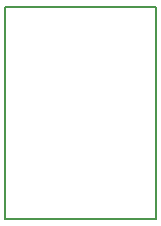
<source format=gbr>
%TF.GenerationSoftware,Altium Limited,Altium Designer,19.1.8 (144)*%
G04 Layer_Color=32768*
%FSLAX26Y26*%
%MOIN*%
%TF.FileFunction,Other,Mechanical_3*%
%TF.Part,Single*%
G01*
G75*
%TA.AperFunction,NonConductor*%
%ADD60C,0.007870*%
D60*
X6200910Y4278700D02*
X6704840D01*
Y4987360D01*
X6200910D02*
X6704840D01*
X6200910Y4278700D02*
Y4987360D01*
%TF.MD5,1a485e201979a82898587c2fb64c3858*%
M02*

</source>
